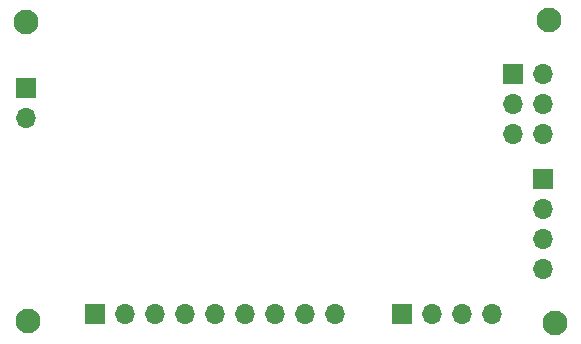
<source format=gbr>
%TF.GenerationSoftware,KiCad,Pcbnew,9.0.0*%
%TF.CreationDate,2025-05-30T17:35:02+05:30*%
%TF.ProjectId,MCU datalogger,4d435520-6461-4746-916c-6f676765722e,1*%
%TF.SameCoordinates,Original*%
%TF.FileFunction,Soldermask,Bot*%
%TF.FilePolarity,Negative*%
%FSLAX46Y46*%
G04 Gerber Fmt 4.6, Leading zero omitted, Abs format (unit mm)*
G04 Created by KiCad (PCBNEW 9.0.0) date 2025-05-30 17:35:02*
%MOMM*%
%LPD*%
G01*
G04 APERTURE LIST*
%ADD10C,2.100000*%
%ADD11R,1.700000X1.700000*%
%ADD12O,1.700000X1.700000*%
G04 APERTURE END LIST*
D10*
%TO.C,H2*%
X65836800Y-88925400D03*
%TD*%
%TO.C,H1*%
X65989200Y-114274600D03*
%TD*%
%TO.C,H3*%
X110100000Y-88790000D03*
%TD*%
%TO.C,H4*%
X110566200Y-114452400D03*
%TD*%
D11*
%TO.C,J1*%
X109601000Y-102235000D03*
D12*
X109601000Y-104775000D03*
X109601000Y-107315000D03*
X109601000Y-109855000D03*
%TD*%
D11*
%TO.C,J4*%
X107061000Y-93345000D03*
D12*
X109601000Y-93345000D03*
X107061000Y-95885000D03*
X109601000Y-95885000D03*
X107061000Y-98425000D03*
X109601000Y-98425000D03*
%TD*%
D11*
%TO.C,J2*%
X97647600Y-113639600D03*
D12*
X100187600Y-113639600D03*
X102727600Y-113639600D03*
X105267600Y-113639600D03*
%TD*%
D11*
%TO.C,J3*%
X71628000Y-113690400D03*
D12*
X74168000Y-113690400D03*
X76708000Y-113690400D03*
X79248000Y-113690400D03*
X81788000Y-113690400D03*
X84328000Y-113690400D03*
X86868000Y-113690400D03*
X89408000Y-113690400D03*
X91948000Y-113690400D03*
%TD*%
D11*
%TO.C,BT1*%
X65786000Y-94564200D03*
D12*
X65786000Y-97104200D03*
%TD*%
M02*

</source>
